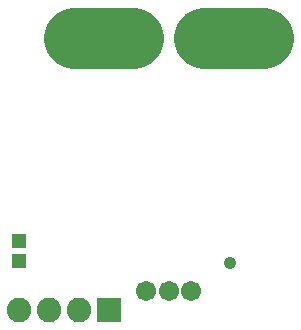
<source format=gts>
G75*
%MOIN*%
%OFA0B0*%
%FSLAX25Y25*%
%IPPOS*%
%LPD*%
%AMOC8*
5,1,8,0,0,1.08239X$1,22.5*
%
%ADD10C,0.20485*%
%ADD11C,0.16548*%
%ADD12C,0.06706*%
%ADD13R,0.08200X0.08200*%
%ADD14C,0.08200*%
%ADD15R,0.04737X0.05131*%
%ADD16C,0.04369*%
%ADD17C,0.04172*%
D10*
X0148669Y0117173D02*
X0168354Y0117173D01*
X0191976Y0117173D02*
X0211661Y0117173D01*
D11*
X0207724Y0117173D02*
X0191976Y0117173D01*
X0168354Y0117173D02*
X0152606Y0117173D01*
D12*
X0172646Y0032921D03*
X0180165Y0032921D03*
X0187685Y0032921D03*
D13*
X0160480Y0026622D03*
D14*
X0130480Y0026622D03*
X0140480Y0026622D03*
X0150480Y0026622D03*
D15*
X0130480Y0042961D03*
X0130480Y0049654D03*
D16*
X0152606Y0109299D03*
X0147882Y0110874D03*
X0145126Y0114811D03*
X0145126Y0119535D03*
X0147882Y0123472D03*
X0152606Y0125047D03*
X0158118Y0125047D03*
X0163236Y0125047D03*
X0168354Y0125047D03*
X0173079Y0123472D03*
X0175835Y0119535D03*
X0184496Y0119535D03*
X0184496Y0114811D03*
X0187252Y0110874D03*
X0191976Y0109299D03*
X0197488Y0109299D03*
X0202606Y0109299D03*
X0207724Y0109299D03*
X0212449Y0110874D03*
X0215205Y0114811D03*
X0215205Y0119535D03*
X0212449Y0123472D03*
X0207724Y0125047D03*
X0202606Y0125047D03*
X0197488Y0125047D03*
X0191976Y0125047D03*
X0187252Y0123472D03*
X0175835Y0114811D03*
X0173079Y0110874D03*
X0168354Y0109299D03*
X0163236Y0109299D03*
X0158118Y0109299D03*
D17*
X0200638Y0042370D03*
M02*

</source>
